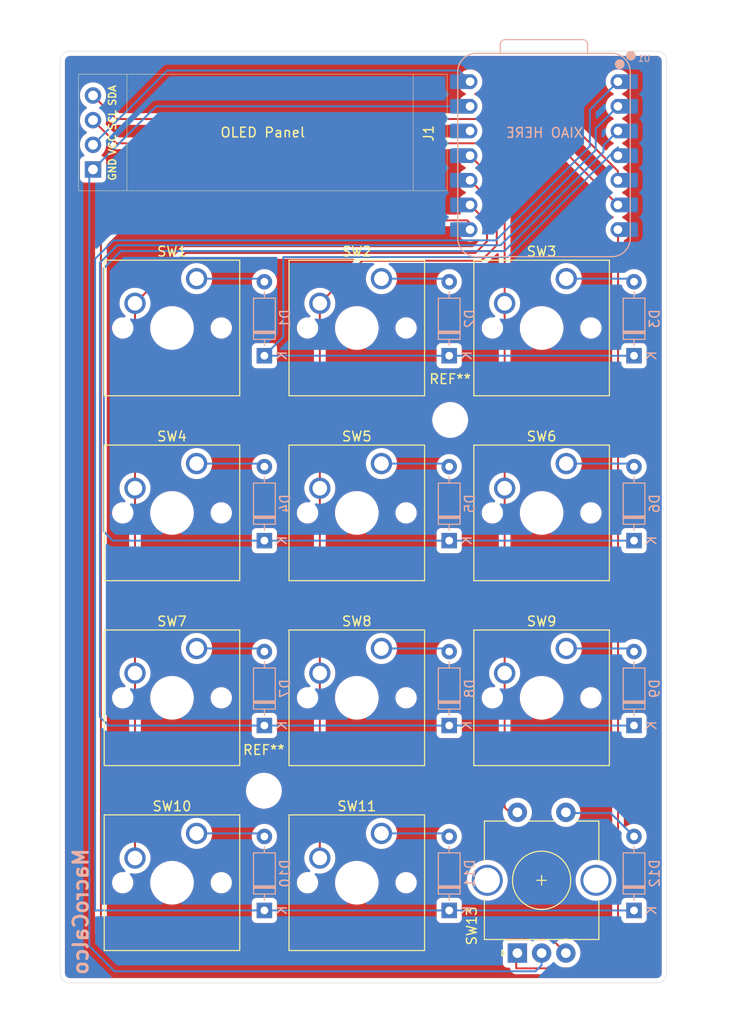
<source format=kicad_pcb>
(kicad_pcb (version 20240108) (generator "pcbnew") (generator_version "8.0")
  (layers (0 "F.Cu" signal) (31 "B.Cu" signal) (34 "B.Paste" user) (35 "F.Paste" user) (36 "B.SilkS" user "B.Silkscreen") (37 "F.SilkS" user "F.Silkscreen") (38 "B.Mask" user) (39 "F.Mask" user) (44 "Edge.Cuts" user))
  (net 0 "")
  (net 1 "ROW0")
  (net 2 "Net-(D1-A)")
  (net 3 "Net-(D2-A)")
  (net 4 "Net-(D3-A)")
  (net 5 "ROW1")
  (net 6 "Net-(D4-A)")
  (net 7 "Net-(D5-A)")
  (net 8 "Net-(D6-A)")
  (net 9 "ROW2")
  (net 10 "Net-(D7-A)")
  (net 11 "Net-(D8-A)")
  (net 12 "Net-(D9-A)")
  (net 13 "ROW3")
  (net 14 "Net-(D10-A)")
  (net 15 "Net-(D11-A)")
  (net 16 "Net-(D12-A)")
  (net 17 "SCL")
  (net 18 "+5V")
  (net 19 "SDA")
  (net 20 "GND")
  (net 21 "COL0")
  (net 22 "COL1")
  (net 23 "COL2")
  (net 24 "RE_B")
  (net 25 "RE_A")
  (footprint "Macropad-lib:SW_Cherry_MX_1.00u_PCB_3d" (layer "F.Cu") (at 108.10875 113.40125)
    (property "Reference" "SW11" (at -2.54 -2.794 0) (layer "F.SilkS"))
    (property "Value" "SW_Push")
    (fp_line (start -9.525 -1.905) (end 4.445 -1.905) (stroke (width 0.12)) (layer "F.SilkS"))
    (fp_line (start -9.525 12.065) (end -9.525 -1.905) (stroke (width 0.12)) (layer "F.SilkS"))
    (fp_line (start 4.445 -1.905) (end 4.445 12.065) (stroke (width 0.12)) (layer "F.SilkS"))
    (fp_line (start 4.445 12.065) (end -9.525 12.065) (stroke (width 0.12)) (layer "F.SilkS"))
    (pad "" np_thru_hole circle (at -7.62 5.08) (size 1.7 1.7) (drill 1.7) (layers "*.Cu" "*.Mask"))
    (pad "" np_thru_hole circle (at -2.54 5.08) (size 4 4) (drill 4) (layers "*.Cu" "*.Mask"))
    (pad "" np_thru_hole circle (at 2.54 5.08) (size 1.7 1.7) (drill 1.7) (layers "*.Cu" "*.Mask"))
    (pad "1" thru_hole circle (at 0 0) (size 2.2 2.2) (drill 1.5) (layers "*.Cu" "*.Mask") (net 15 "Net-(D11-A)"))
    (pad "2" thru_hole circle (at -6.35 2.54) (size 2.2 2.2) (drill 1.5) (layers "*.Cu" "*.Mask") (net 22 "COL1"))
  )
  (footprint "Macropad-lib:SW_Cherry_MX_1.00u_PCB_3d" (layer "F.Cu") (at 108.10875 56.25125)
    (property "Reference" "SW2" (at -2.54 -2.794 0) (layer "F.SilkS"))
    (property "Value" "SW_Push")
    (fp_line (start -9.525 -1.905) (end 4.445 -1.905) (stroke (width 0.12)) (layer "F.SilkS"))
    (fp_line (start -9.525 12.065) (end -9.525 -1.905) (stroke (width 0.12)) (layer "F.SilkS"))
    (fp_line (start 4.445 -1.905) (end 4.445 12.065) (stroke (width 0.12)) (layer "F.SilkS"))
    (fp_line (start 4.445 12.065) (end -9.525 12.065) (stroke (width 0.12)) (layer "F.SilkS"))
    (pad "" np_thru_hole circle (at -7.62 5.08) (size 1.7 1.7) (drill 1.7) (layers "*.Cu" "*.Mask"))
    (pad "" np_thru_hole circle (at -2.54 5.08) (size 4 4) (drill 4) (layers "*.Cu" "*.Mask"))
    (pad "" np_thru_hole circle (at 2.54 5.08) (size 1.7 1.7) (drill 1.7) (layers "*.Cu" "*.Mask"))
    (pad "1" thru_hole circle (at 0 0) (size 2.2 2.2) (drill 1.5) (layers "*.Cu" "*.Mask") (net 3 "Net-(D2-A)"))
    (pad "2" thru_hole circle (at -6.35 2.54) (size 2.2 2.2) (drill 1.5) (layers "*.Cu" "*.Mask") (net 22 "COL1"))
  )
  (footprint "Macropad-lib:SW_Cherry_MX_1.00u_PCB_3d" (layer "F.Cu") (at 108.10875 94.35125)
    (property "Reference" "SW8" (at -2.54 -2.794 0) (layer "F.SilkS"))
    (property "Value" "SW_Push")
    (fp_line (start -9.525 -1.905) (end 4.445 -1.905) (stroke (width 0.12)) (layer "F.SilkS"))
    (fp_line (start -9.525 12.065) (end -9.525 -1.905) (stroke (width 0.12)) (layer "F.SilkS"))
    (fp_line (start 4.445 -1.905) (end 4.445 12.065) (stroke (width 0.12)) (layer "F.SilkS"))
    (fp_line (start 4.445 12.065) (end -9.525 12.065) (stroke (width 0.12)) (layer "F.SilkS"))
    (pad "" np_thru_hole circle (at -7.62 5.08) (size 1.7 1.7) (drill 1.7) (layers "*.Cu" "*.Mask"))
    (pad "" np_thru_hole circle (at -2.54 5.08) (size 4 4) (drill 4) (layers "*.Cu" "*.Mask"))
    (pad "" np_thru_hole circle (at 2.54 5.08) (size 1.7 1.7) (drill 1.7) (layers "*.Cu" "*.Mask"))
    (pad "1" thru_hole circle (at 0 0) (size 2.2 2.2) (drill 1.5) (layers "*.Cu" "*.Mask") (net 11 "Net-(D8-A)"))
    (pad "2" thru_hole circle (at -6.35 2.54) (size 2.2 2.2) (drill 1.5) (layers "*.Cu" "*.Mask") (net 22 "COL1"))
  )
  (footprint "MountingHole:MountingHole_3.2mm_M3" (layer "F.Cu") (at 115.19375 70.80625)
    (property "Reference" "REF**" (at 0 -4.2 0) (layer "F.SilkS"))
    (property "Value" "MountingHole_3.2mm_M3")
    (pad "" np_thru_hole circle (at 0 0) (size 3.2 3.2) (drill 3.2) (layers "*.Cu" "*.Mask"))
  )
  (footprint "MountingHole:MountingHole_3.2mm_M3" (layer "F.Cu") (at 95.99375 109.00625)
    (property "Reference" "REF**" (at 0 -4.2 0) (layer "F.SilkS"))
    (property "Value" "MountingHole_3.2mm_M3")
    (pad "" np_thru_hole circle (at 0 0) (size 3.2 3.2) (drill 3.2) (layers "*.Cu" "*.Mask"))
  )
  (footprint "Macropad-lib:SW_Cherry_MX_1.00u_PCB_3d" (layer "F.Cu") (at 127.15875 56.25125)
    (property "Reference" "SW3" (at -2.54 -2.794 0) (layer "F.SilkS"))
    (property "Value" "SW_Push")
    (fp_line (start -9.525 -1.905) (end 4.445 -1.905) (stroke (width 0.12)) (layer "F.SilkS"))
    (fp_line (start -9.525 12.065) (end -9.525 -1.905) (stroke (width 0.12)) (layer "F.SilkS"))
    (fp_line (start 4.445 -1.905) (end 4.445 12.065) (stroke (width 0.12)) (layer "F.SilkS"))
    (fp_line (start 4.445 12.065) (end -9.525 12.065) (stroke (width 0.12)) (layer "F.SilkS"))
    (pad "" np_thru_hole circle (at -7.62 5.08) (size 1.7 1.7) (drill 1.7) (layers "*.Cu" "*.Mask"))
    (pad "" np_thru_hole circle (at -2.54 5.08) (size 4 4) (drill 4) (layers "*.Cu" "*.Mask"))
    (pad "" np_thru_hole circle (at 2.54 5.08) (size 1.7 1.7) (drill 1.7) (layers "*.Cu" "*.Mask"))
    (pad "1" thru_hole circle (at 0 0) (size 2.2 2.2) (drill 1.5) (layers "*.Cu" "*.Mask") (net 4 "Net-(D3-A)"))
    (pad "2" thru_hole circle (at -6.35 2.54) (size 2.2 2.2) (drill 1.5) (layers "*.Cu" "*.Mask") (net 23 "COL2"))
  )
  (footprint "Macropad-lib:SW_Cherry_MX_1.00u_PCB_3d" (layer "F.Cu") (at 89.05875 113.40125)
    (property "Reference" "SW10" (at -2.54 -2.794 0) (layer "F.SilkS"))
    (property "Value" "SW_Push")
    (fp_line (start -9.525 -1.905) (end 4.445 -1.905) (stroke (width 0.12)) (layer "F.SilkS"))
    (fp_line (start -9.525 12.065) (end -9.525 -1.905) (stroke (width 0.12)) (layer "F.SilkS"))
    (fp_line (start 4.445 -1.905) (end 4.445 12.065) (stroke (width 0.12)) (layer "F.SilkS"))
    (fp_line (start 4.445 12.065) (end -9.525 12.065) (stroke (width 0.12)) (layer "F.SilkS"))
    (pad "" np_thru_hole circle (at -7.62 5.08) (size 1.7 1.7) (drill 1.7) (layers "*.Cu" "*.Mask"))
    (pad "" np_thru_hole circle (at -2.54 5.08) (size 4 4) (drill 4) (layers "*.Cu" "*.Mask"))
    (pad "" np_thru_hole circle (at 2.54 5.08) (size 1.7 1.7) (drill 1.7) (layers "*.Cu" "*.Mask"))
    (pad "1" thru_hole circle (at 0 0) (size 2.2 2.2) (drill 1.5) (layers "*.Cu" "*.Mask") (net 14 "Net-(D10-A)"))
    (pad "2" thru_hole circle (at -6.35 2.54) (size 2.2 2.2) (drill 1.5) (layers "*.Cu" "*.Mask") (net 21 "COL0"))
  )
  (footprint "Macropad-lib:SW_Cherry_MX_1.00u_PCB_3d" (layer "F.Cu") (at 108.10875 75.30125)
    (property "Reference" "SW5" (at -2.54 -2.794 0) (layer "F.SilkS"))
    (property "Value" "SW_Push")
    (fp_line (start -9.525 -1.905) (end 4.445 -1.905) (stroke (width 0.12)) (layer "F.SilkS"))
    (fp_line (start -9.525 12.065) (end -9.525 -1.905) (stroke (width 0.12)) (layer "F.SilkS"))
    (fp_line (start 4.445 -1.905) (end 4.445 12.065) (stroke (width 0.12)) (layer "F.SilkS"))
    (fp_line (start 4.445 12.065) (end -9.525 12.065) (stroke (width 0.12)) (layer "F.SilkS"))
    (pad "" np_thru_hole circle (at -7.62 5.08) (size 1.7 1.7) (drill 1.7) (layers "*.Cu" "*.Mask"))
    (pad "" np_thru_hole circle (at -2.54 5.08) (size 4 4) (drill 4) (layers "*.Cu" "*.Mask"))
    (pad "" np_thru_hole circle (at 2.54 5.08) (size 1.7 1.7) (drill 1.7) (layers "*.Cu" "*.Mask"))
    (pad "1" thru_hole circle (at 0 0) (size 2.2 2.2) (drill 1.5) (layers "*.Cu" "*.Mask") (net 7 "Net-(D5-A)"))
    (pad "2" thru_hole circle (at -6.35 2.54) (size 2.2 2.2) (drill 1.5) (layers "*.Cu" "*.Mask") (net 22 "COL1"))
  )
  (footprint "Macropad-lib:SW_Cherry_MX_1.00u_PCB_3d" (layer "F.Cu") (at 127.15875 94.35125)
    (property "Reference" "SW9" (at -2.54 -2.794 0) (layer "F.SilkS"))
    (property "Value" "SW_Push")
    (fp_line (start -9.525 -1.905) (end 4.445 -1.905) (stroke (width 0.12)) (layer "F.SilkS"))
    (fp_line (start -9.525 12.065) (end -9.525 -1.905) (stroke (width 0.12)) (layer "F.SilkS"))
    (fp_line (start 4.445 -1.905) (end 4.445 12.065) (stroke (width 0.12)) (layer "F.SilkS"))
    (fp_line (start 4.445 12.065) (end -9.525 12.065) (stroke (width 0.12)) (layer "F.SilkS"))
    (pad "" np_thru_hole circle (at -7.62 5.08) (size 1.7 1.7) (drill 1.7) (layers "*.Cu" "*.Mask"))
    (pad "" np_thru_hole circle (at -2.54 5.08) (size 4 4) (drill 4) (layers "*.Cu" "*.Mask"))
    (pad "" np_thru_hole circle (at 2.54 5.08) (size 1.7 1.7) (drill 1.7) (layers "*.Cu" "*.Mask"))
    (pad "1" thru_hole circle (at 0 0) (size 2.2 2.2) (drill 1.5) (layers "*.Cu" "*.Mask") (net 12 "Net-(D9-A)"))
    (pad "2" thru_hole circle (at -6.35 2.54) (size 2.2 2.2) (drill 1.5) (layers "*.Cu" "*.Mask") (net 23 "COL2"))
  )
  (footprint "Macropad-lib:SW_Cherry_MX_1.00u_PCB_3d" (layer "F.Cu") (at 127.15875 75.30125)
    (property "Reference" "SW6" (at -2.54 -2.794 0) (layer "F.SilkS"))
    (property "Value" "SW_Push")
    (fp_line (start -9.525 -1.905) (end 4.445 -1.905) (stroke (width 0.12)) (layer "F.SilkS"))
    (fp_line (start -9.525 12.065) (end -9.525 -1.905) (stroke (width 0.12)) (layer "F.SilkS"))
    (fp_line (start 4.445 -1.905) (end 4.445 12.065) (stroke (width 0.12)) (layer "F.SilkS"))
    (fp_line (start 4.445 12.065) (end -9.525 12.065) (stroke (width 0.12)) (layer "F.SilkS"))
    (pad "" np_thru_hole circle (at -7.62 5.08) (size 1.7 1.7) (drill 1.7) (layers "*.Cu" "*.Mask"))
    (pad "" np_thru_hole circle (at -2.54 5.08) (size 4 4) (drill 4) (layers "*.Cu" "*.Mask"))
    (pad "" np_thru_hole circle (at 2.54 5.08) (size 1.7 1.7) (drill 1.7) (layers "*.Cu" "*.Mask"))
    (pad "1" thru_hole circle (at 0 0) (size 2.2 2.2) (drill 1.5) (layers "*.Cu" "*.Mask") (net 8 "Net-(D6-A)"))
    (pad "2" thru_hole circle (at -6.35 2.54) (size 2.2 2.2) (drill 1.5) (layers "*.Cu" "*.Mask") (net 23 "COL2"))
  )
  (footprint "Macropad-lib:SW_Cherry_MX_1.00u_PCB_3d" (layer "F.Cu") (at 89.05875 75.30125)
    (property "Reference" "SW4" (at -2.54 -2.794 0) (layer "F.SilkS"))
    (property "Value" "SW_Push")
    (fp_line (start -9.525 -1.905) (end 4.445 -1.905) (stroke (width 0.12)) (layer "F.SilkS"))
    (fp_line (start -9.525 12.065) (end -9.525 -1.905) (stroke (width 0.12)) (layer "F.SilkS"))
    (fp_line (start 4.445 -1.905) (end 4.445 12.065) (stroke (width 0.12)) (layer "F.SilkS"))
    (fp_line (start 4.445 12.065) (end -9.525 12.065) (stroke (width 0.12)) (layer "F.SilkS"))
    (pad "" np_thru_hole circle (at -7.62 5.08) (size 1.7 1.7) (drill 1.7) (layers "*.Cu" "*.Mask"))
    (pad "" np_thru_hole circle (at -2.54 5.08) (size 4 4) (drill 4) (layers "*.Cu" "*.Mask"))
    (pad "" np_thru_hole circle (at 2.54 5.08) (size 1.7 1.7) (drill 1.7) (layers "*.Cu" "*.Mask"))
    (pad "1" thru_hole circle (at 0 0) (size 2.2 2.2) (drill 1.5) (layers "*.Cu" "*.Mask") (net 6 "Net-(D4-A)"))
    (pad "2" thru_hole circle (at -6.35 2.54) (size 2.2 2.2) (drill 1.5) (layers "*.Cu" "*.Mask") (net 21 "COL0"))
  )
  (footprint "Macropad-lib:SW_Cherry_MX_1.00u_PCB_3d" (layer "F.Cu") (at 89.05875 56.25125)
    (property "Reference" "SW1" (at -2.54 -2.794 0) (layer "F.SilkS"))
    (property "Value" "SW_Push")
    (fp_line (start -9.525 -1.905) (end 4.445 -1.905) (stroke (width 0.12)) (layer "F.SilkS"))
    (fp_line (start -9.525 12.065) (end -9.525 -1.905) (stroke (width 0.12)) (layer "F.SilkS"))
    (fp_line (start 4.445 -1.905) (end 4.445 12.065) (stroke (width 0.12)) (layer "F.SilkS"))
    (fp_line (start 4.445 12.065) (end -9.525 12.065) (stroke (width 0.12)) (layer "F.SilkS"))
    (pad "" np_thru_hole circle (at -7.62 5.08) (size 1.7 1.7) (drill 1.7) (layers "*.Cu" "*.Mask"))
    (pad "" np_thru_hole circle (at -2.54 5.08) (size 4 4) (drill 4) (layers "*.Cu" "*.Mask"))
    (pad "" np_thru_hole circle (at 2.54 5.08) (size 1.7 1.7) (drill 1.7) (layers "*.Cu" "*.Mask"))
    (pad "1" thru_hole circle (at 0 0) (size 2.2 2.2) (drill 1.5) (layers "*.Cu" "*.Mask") (net 2 "Net-(D1-A)"))
    (pad "2" thru_hole circle (at -6.35 2.54) (size 2.2 2.2) (drill 1.5) (layers "*.Cu" "*.Mask") (net 21 "COL0"))
  )
  (footprint "Macropad-lib:SSD1306-0.91-OLED-4pin-128x32" (layer "F.Cu") (at 114.87875 47.19125 180)
    (property "Reference" "J1" (at 1.9 5.91 90) (layer "F.SilkS"))
    (property "Value" "Conn_01x04_Pin")
    (fp_line (start 38 12) (end 38 0) (stroke (width 0.04)) (layer "F.SilkS"))
    (fp_line (start 38 0) (end 0 0) (stroke (width 0.04)) (layer "F.SilkS"))
    (fp_line (start 33 0) (end 33 12) (stroke (width 0.04)) (layer "F.SilkS"))
    (fp_line (start 3.5 0) (end 3.5 12) (stroke (width 0.04)) (layer "F.SilkS"))
    (fp_line (start 0 12) (end 38 12) (stroke (width 0.04)) (layer "F.SilkS"))
    (fp_line (start 0 0) (end 0 12) (stroke (width 0.04)) (layer "F.SilkS"))
    (fp_text user "SCL" (at 34.5 7.27 90) (layer "F.SilkS") (effects (font (size 0.75 0.75))))
    (fp_text user "GND" (at 34.5 2.19 90) (layer "F.SilkS") (effects (font (size 0.75 0.75))))
    (fp_text user "VCC" (at 34.5 4.73 90) (layer "F.SilkS") (effects (font (size 0.75 0.75))))
    (fp_text user "OLED Panel" (at 19 6 0) (layer "F.SilkS"))
    (fp_text user "SDA" (at 34.5 9.81 90) (layer "F.SilkS") (effects (font (size 0.75 0.75))))
    (pad "1" thru_hole rect (at 36.5 2.19 180) (size 1.7 1.7) (drill 1) (layers "*.Cu" "*.Mask") (net 20 "GND"))
    (pad "2" thru_hole oval (at 36.5 4.73 180) (size 1.7 1.7) (drill 1) (layers "*.Cu" "*.Mask") (net 18 "+5V"))
    (pad "3" thru_hole oval (at 36.5 7.27 180) (size 1.7 1.7) (drill 1) (layers "*.Cu" "*.Mask") (net 17 "SCL"))
    (pad "4" thru_hole oval (at 36.5 9.81 180) (size 1.7 1.7) (drill 1) (layers "*.Cu" "*.Mask") (net 19 "SDA"))
  )
  (footprint "Macropad-lib:SW_Cherry_MX_1.00u_PCB_3d" (layer "F.Cu") (at 89.05875 94.35125)
    (property "Reference" "SW7" (at -2.54 -2.794 0) (layer "F.SilkS"))
    (property "Value" "SW_Push")
    (fp_line (start -9.525 -1.905) (end 4.445 -1.905) (stroke (width 0.12)) (layer "F.SilkS"))
    (fp_line (start -9.525 12.065) (end -9.525 -1.905) (stroke (width 0.12)) (layer "F.SilkS"))
    (fp_line (start 4.445 -1.905) (end 4.445 12.065) (stroke (width 0.12)) (layer "F.SilkS"))
    (fp_line (start 4.445 12.065) (end -9.525 12.065) (stroke (width 0.12)) (layer "F.SilkS"))
    (pad "" np_thru_hole circle (at -7.62 5.08) (size 1.7 1.7) (drill 1.7) (layers "*.Cu" "*.Mask"))
    (pad "" np_thru_hole circle (at -2.54 5.08) (size 4 4) (drill 4) (layers "*.Cu" "*.Mask"))
    (pad "" np_thru_hole circle (at 2.54 5.08) (size 1.7 1.7) (drill 1.7) (layers "*.Cu" "*.Mask"))
    (pad "1" thru_hole circle (at 0 0) (size 2.2 2.2) (drill 1.5) (layers "*.Cu" "*.Mask") (net 10 "Net-(D7-A)"))
    (pad "2" thru_hole circle (at -6.35 2.54) (size 2.2 2.2) (drill 1.5) (layers "*.Cu" "*.Mask") (net 21 "COL0"))
  )
  (footprint "Macropad-lib:RotaryEncoder_Alps_EC11E-Switch_Vertical_H20mm_CircularMountingHoles" (layer "F.Cu") (at 122.11875 125.73125 90)
    (property "Reference" "SW13" (at 2.8 -4.7 90) (layer "F.SilkS"))
    (property "Value" "RotaryEncoder_Switch")
    (fp_line (start 13.6 -3.4) (end 13.6 -1) (stroke (width 0.12)) (layer "F.SilkS"))
    (fp_line (start 9.5 -3.4) (end 13.6 -3.4) (stroke (width 0.12)) (layer "F.SilkS"))
    (fp_line (start 5.5 -3.4) (end 1.4 -3.4) (stroke (width 0.12)) (layer "F.SilkS"))
    (fp_line (start 1.4 -3.4) (end 1.4 8.4) (stroke (width 0.12)) (layer "F.SilkS"))
    (fp_line (start 0.3 -1.6) (end 0 -1.3) (stroke (width 0.12)) (layer "F.SilkS"))
    (fp_line (start -0.3 -1.6) (end 0.3 -1.6) (stroke (width 0.12)) (layer "F.SilkS"))
    (fp_line (start 0 -1.3) (end -0.3 -1.6) (stroke (width 0.12)) (layer "F.SilkS"))
    (fp_line (start 13.6 1.2) (end 13.6 3.8) (stroke (width 0.12)) (layer "F.SilkS"))
    (fp_line (start 7.5 2) (end 7.5 3) (stroke (width 0.12)) (layer "F.SilkS"))
    (fp_line (start 7 2.5) (end 8 2.5) (stroke (width 0.12)) (layer "F.SilkS"))
    (fp_line (start 13.6 6) (end 13.6 8.4) (stroke (width 0.12)) (layer "F.SilkS"))
    (fp_line (start 13.6 8.4) (end 9.5 8.4) (stroke (width 0.12)) (layer "F.SilkS"))
    (fp_line (start 5.5 8.4) (end 1.4 8.4) (stroke (width 0.12)) (layer "F.SilkS"))
    (fp_circle (center 7.5 2.5) (end 10.5 2.5) (stroke (width 0.12)) (fill none) (layer "F.SilkS"))
    (pad "A" thru_hole rect (at 0 0 90) (size 2 2) (drill 1) (layers "*.Cu" "*.Mask") (net 25 "RE_A"))
    (pad "B" thru_hole circle (at 0 5 90) (size 2 2) (drill 1) (layers "*.Cu" "*.Mask") (net 24 "RE_B"))
    (pad "C" thru_hole circle (at 0 2.5 90) (size 2 2) (drill 1) (layers "*.Cu" "*.Mask") (net 20 "GND"))
    (pad "MP" thru_hole circle (at 7.5 -3.1 90) (size 3.2 3.2) (drill 2.6) (layers "*.Cu" "*.Mask"))
    (pad "MP" thru_hole circle (at 7.5 8.1 90) (size 3.2 3.2) (drill 2.6) (layers "*.Cu" "*.Mask"))
    (pad "S1" thru_hole circle (at 14.5 5 90) (size 2 2) (drill 1) (layers "*.Cu" "*.Mask") (net 16 "Net-(D12-A)"))
    (pad "S2" thru_hole circle (at 14.5 0 90) (size 2 2) (drill 1) (layers "*.Cu" "*.Mask") (net 23 "COL2"))
  )
  (footprint "Seeed Studio XIAO Series Library:XIAO-RP2040-DIP" (layer "B.Cu") (at 124.86375 43.57475 180)
    (property "Reference" "U1" (at -10.31875 10.00125 0) (layer "B.SilkS") (effects (font (size 0.635 0.635) (thickness 0.1016)) (justify mirror)))
    (property "Value" "XIAO-RP2040-DIP")
    (fp_line (start 8.89 8.636) (end 8.89 -8.509) (stroke (width 0.127)) (layer "B.SilkS"))
    (fp_line (start 6.985 -10.414) (end -6.985 -10.414) (stroke (width 0.127)) (layer "B.SilkS"))
    (fp_line (start 4.504 10.541) (end 4.504 11.451) (stroke (width 0.127)) (layer "B.SilkS"))
    (fp_line (start 4.004 11.951) (end -3.991272 11.951) (stroke (width 0.127)) (layer "B.SilkS"))
    (fp_line (start -4.491272 11.451272) (end -4.495 10.541) (stroke (width 0.127)) (layer "B.SilkS"))
    (fp_line (start -6.985 10.541) (end 6.985 10.541) (stroke (width 0.1)) (layer "B.SilkS"))
    (fp_line (start -6.985 10.541) (end 6.985 10.541) (stroke (width 0.127)) (layer "B.SilkS"))
    (fp_line (start -8.89 8.636) (end -8.89 -8.509) (stroke (width 0.127)) (layer "B.SilkS"))
    (fp_arc (start 8.89 8.636) (mid 8.332038 9.983038) (end 6.985 10.541) (stroke (width 0.127)) (layer "B.SilkS"))
    (fp_arc (start 6.985 -10.414) (mid 8.332038 -9.856038) (end 8.89 -8.509) (stroke (width 0.127)) (layer "B.SilkS"))
    (fp_arc (start 4.504 11.451) (mid 4.357553 11.804553) (end 4.004 11.951) (stroke (width 0.127)) (layer "B.SilkS"))
    (fp_arc (start -3.991272 11.951) (mid -4.344724 11.804644) (end -4.491272 11.451272) (stroke (width 0.127)) (layer "B.SilkS"))
    (fp_arc (start -6.985 10.541) (mid -8.332038 9.983038) (end -8.89 8.636) (stroke (width 0.127)) (layer "B.SilkS"))
    (fp_arc (start -8.89 -8.509) (mid -8.332038 -9.856038) (end -6.985 -10.414) (stroke (width 0.127)) (layer "B.SilkS"))
    (fp_circle (center -7.807 9.42) (end -7.807 9.674) (stroke (width 0.5)) (fill solid) (layer "B.SilkS"))
    (fp_circle (center -8.95 10.3) (end -8.95 10.554) (stroke (width 0.5)) (fill solid) (layer "B.SilkS"))
    (pad "1" smd roundrect (at -8.455 7.62) (size 2.432 1.524) (layers "B.Cu" "B.Mask") (roundrect_rratio 0.1) (net 13 "ROW3"))
    (pad "1" thru_hole circle (at -7.62 7.62) (size 1.524 1.524) (drill 0.889) (layers "*.Cu" "*.Mask") (net 13 "ROW3"))
    (pad "2" smd roundrect (at -8.455 5.08) (size 2.432 1.524) (layers "B.Cu" "B.Mask") (roundrect_rratio 0.1) (net 9 "ROW2"))
    (pad "2" thru_hole circle (at -7.62 5.08) (size 1.524 1.524) (drill 0.889) (layers "*.Cu" "*.Mask") (net 9 "ROW2"))
    (pad "3" smd roundrect (at -8.455 2.54) (size 2.432 1.524) (layers "B.Cu" "B.Mask") (roundrect_rratio 0.1) (net 5 "ROW1"))
    (pad "3" thru_hole circle (at -7.62 2.54) (size 1.524 1.524) (drill 0.889) (layers "*.Cu" "*.Mask") (net 5 "ROW1"))
    (pad "4" smd roundrect (at -8.455 0) (size 2.432 1.524) (layers "B.Cu" "B.Mask") (roundrect_rratio 0.1) (net 1 "ROW0"))
    (pad "4" thru_hole circle (at -7.62 0) (size 1.524 1.524) (drill 0.889) (layers "*.Cu" "*.Mask") (net 1 "ROW0"))
    (pad "5" smd roundrect (at -8.455 -2.54) (size 2.432 1.524) (layers "B.Cu" "B.Mask") (roundrect_rratio 0.1) (net 19 "SDA"))
    (pad "5" thru_hole circle (at -7.62 -2.54) (size 1.524 1.524) (drill 0.889) (layers "*.Cu" "*.Mask") (net 19 "SDA"))
    (pad "6" smd roundrect (at -8.455 -5.08) (size 2.432 1.524) (layers "B.Cu" "B.Mask") (roundrect_rratio 0.1) (net 17 "SCL"))
    (pad "6" thru_hole circle (at -7.62 -5.08) (size 1.524 1.524) (drill 0.889) (layers "*.Cu" "*.Mask") (net 17 "SCL"))
    (pad "7" smd roundrect (at -8.455 -7.62) (size 2.432 1.524) (layers "B.Cu" "B.Mask") (roundrect_rratio 0.1) (net 25 "RE_A"))
    (pad "7" thru_hole circle (at -7.62 -7.62) (size 1.524 1.524) (drill 0.889) (layers "*.Cu" "*.Mask") (net 25 "RE_A"))
    (pad "8" thru_hole circle (at 7.62 -7.62 180) (size 1.524 1.524) (drill 0.889) (layers "*.Cu" "*.Mask") (net 24 "RE_B"))
    (pad "8" smd roundrect (at 8.455 -7.62 180) (size 2.432 1.524) (layers "B.Cu" "B.Mask") (roundrect_rratio 0.1) (net 24 "RE_B"))
    (pad "9" thru_hole circle (at 7.62 -5.08 180) (size 1.524 1.524) (drill 0.889) (layers "*.Cu" "*.Mask") (net 21 "COL0"))
    (pad "9" smd roundrect (at 8.455 -5.08 180) (size 2.432 1.524) (layers "B.Cu" "B.Mask") (roundrect_rratio 0.1) (net 21 "COL0"))
    (pad "10" thru_hole circle (at 7.62 -2.54 180) (size 1.524 1.524) (drill 0.889) (layers "*.Cu" "*.Mask") (net 22 "COL1"))
    (pad "10" smd roundrect (at 8.455 -2.54 180) (size 2.432 1.524) (layers "B.Cu" "B.Mask") (roundrect_rratio 0.1) (net 22 "COL1"))
    (pad "11" thru_hole circle (at 7.62 0 180) (size 1.524 1.524) (drill 0.889) (layers "*.Cu" "*.Mask") (net 23 "COL2"))
    (pad "11" smd roundrect (at 8.455 0 180) (size 2.432 1.524) (layers "B.Cu" "B.Mask") (roundrect_rratio 0.1) (net 23 "COL2"))
    (pad "12" thru_hole circle (at 7.62 2.54 180) (size 1.524 1.524) (drill 0.889) (layers "*.Cu" "*.Mask"))
    (pad "12" smd roundrect (at 8.455 2.54 180) (size 2.432 1.524) (layers "B.Cu" "B.Mask") (roundrect_rratio 0.1))
    (pad "13" thru_hole circle (at 7.62 5.08 180) (size 1.524 1.524) (drill 0.889) (layers "*.Cu" "*.Mask") (net 20 "GND"))
    (pad "13" smd roundrect (at 8.455 5.08 180) (size 2.432 1.524) (layers "B.Cu" "B.Mask") (roundrect_rratio 0.1) (net 20 "GND"))
    (pad "14" thru_hole circle (at 7.62 7.62 180) (size 1.524 1.524) (drill 0.889) (layers "*.Cu" "*.Mask") (net 18 "+5V"))
    (pad "14" smd roundrect (at 8.455 7.62 180) (size 2.432 1.524) (layers "B.Cu" "B.Mask") (roundrect_rratio 0.1) (net 18 "+5V"))
  )
  (footprint "Diode_THT:D_DO-35_SOD27_P7.62mm_Horizontal" (layer "B.Cu") (at 115.09375 64.18875 90)
    (property "Reference" "D2" (at 3.81 2.12 90) (layer "B.SilkS") (effects (justify mirror)))
    (property "Value" "1N4148")
    (fp_line (start 5.93 -1.12) (end 1.69 -1.12) (stroke (width 0.12)) (layer "B.SilkS"))
    (fp_line (start 2.53 -1.12) (end 2.53 1.12) (stroke (width 0.12)) (layer "B.SilkS"))
    (fp_line (start 2.41 -1.12) (end 2.41 1.12) (stroke (width 0.12)) (layer "B.SilkS"))
    (fp_line (start 2.29 -1.12) (end 2.29 1.12) (stroke (width 0.12)) (layer "B.SilkS"))
    (fp_line (start 1.69 -1.12) (end 1.69 1.12) (stroke (width 0.12)) (layer "B.SilkS"))
    (fp_line (start 5.93 0) (end 6.58 0) (stroke (width 0.12)) (layer "B.SilkS"))
    (fp_line (start 1.69 0) (end 1.04 0) (stroke (width 0.12)) (layer "B.SilkS"))
    (fp_line (start 5.93 1.12) (end 5.93 -1.12) (stroke (width 0.12)) (layer "B.SilkS"))
    (fp_line (start 1.69 1.12) (end 5.93 1.12) (stroke (width 0.12)) (layer "B.SilkS"))
    (fp_text user "K" (at 0 1.8 90) (layer "B.SilkS") (effects (justify mirror)))
    (pad "1" thru_hole rect (at 0 0 90) (size 1.6 1.6) (drill 0.8) (layers "*.Cu" "*.Mask") (net 1 "ROW0"))
    (pad "2" thru_hole oval (at 7.62 0 90) (size 1.6 1.6) (drill 0.8) (layers "*.Cu" "*.Mask") (net 3 "Net-(D2-A)"))
  )
  (footprint "Diode_THT:D_DO-35_SOD27_P7.62mm_Horizontal" (layer "B.Cu") (at 115.09375 102.28875 90)
    (property "Reference" "D8" (at 3.81 2.12 90) (layer "B.SilkS") (effects (justify mirror)))
    (property "Value" "1N4148")
    (fp_line (start 5.93 -1.12) (end 1.69 -1.12) (stroke (width 0.12)) (layer "B.SilkS"))
    (fp_line (start 2.53 -1.12) (end 2.53 1.12) (stroke (width 0.12)) (layer "B.SilkS"))
    (fp_line (start 2.41 -1.12) (end 2.41 1.12) (stroke (width 0.12)) (layer "B.SilkS"))
    (fp_line (start 2.29 -1.12) (end 2.29 1.12) (stroke (width 0.12)) (layer "B.SilkS"))
    (fp_line (start 1.69 -1.12) (end 1.69 1.12) (stroke (width 0.12)) (layer "B.SilkS"))
    (fp_line (start 5.93 0) (end 6.58 0) (stroke (width 0.12)) (layer "B.SilkS"))
    (fp_line (start 1.69 0) (end 1.04 0) (stroke (width 0.12)) (layer "B.SilkS"))
    (fp_line (start 5.93 1.12) (end 5.93 -1.12) (stroke (width 0.12)) (layer "B.SilkS"))
    (fp_line (start 1.69 1.12) (end 5.93 1.12) (stroke (width 0.12)) (layer "B.SilkS"))
    (fp_text user "K" (at 0 1.8 90) (layer "B.SilkS") (effects (justify mirror)))
    (pad "1" thru_hole rect (at 0 0 90) (size 1.6 1.6) (drill 0.8) (layers "*.Cu" "*.Mask") (net 9 "ROW2"))
    (pad "2" thru_hole oval (at 7.62 0 90) (size 1.6 1.6) (drill 0.8) (layers "*.Cu" "*.Mask") (net 11 "Net-(D8-A)"))
  )
  (footprint "Diode_THT:D_DO-35_SOD27_P7.62mm_Horizontal" (layer "B.Cu") (at 134.14375 121.33875 90)
    (property "Reference" "D12" (at 3.81 2.12 90) (layer "B.SilkS") (effects (justify mirror)))
    (property "Value" "1N4148")
    (fp_line (start 5.93 -1.12) (end 1.69 -1.12) (stroke (width 0.12)) (layer "B.SilkS"))
    (fp_line (start 2.53 -1.12) (end 2.53 1.12) (stroke (width 0.12)) (layer "B.SilkS"))
    (fp_line (start 2.41 -1.12) (end 2.41 1.12) (stroke (width 0.12)) (layer "B.SilkS"))
    (fp_line (start 2.29 -1.12) (end 2.29 1.12) (stroke (width 0.12)) (layer "B.SilkS"))
    (fp_line (start 1.69 -1.12) (end 1.69 1.12) (stroke (width 0.12)) (layer "B.SilkS"))
    (fp_line (start 5.93 0) (end 6.58 0) (stroke (width 0.12)) (layer "B.SilkS"))
    (fp_line (start 1.69 0) (end 1.04 0) (stroke (width 0.12)) (layer "B.SilkS"))
    (fp_line (start 5.93 1.12) (end 5.93 -1.12) (stroke (width 0.12)) (layer "B.SilkS"))
    (fp_line (start 1.69 1.12) (end 5.93 1.12) (stroke (width 0.12)) (layer "B.SilkS"))
    (fp_text user "K" (at 0 1.8 90) (layer "B.SilkS") (effects (justify mirror)))
    (pad "1" thru_hole rect (at 0 0 90) (size 1.6 1.6) (drill 0.8) (layers "*.Cu" "*.Mask") (net 13 "ROW3"))
    (pad "2" thru_hole oval (at 7.62 0 90) (size 1.6 1.6) (drill 0.8) (layers "*.Cu" "*.Mask") (net 16 "Net-(D12-A)"))
  )
  (footprint "Diode_THT:D_DO-35_SOD27_P7.62mm_Horizontal" (layer "B.Cu") (at 96.04375 121.33875 90)
    (property "Reference" "D10" (at 3.81 2.12 90) (layer "B.SilkS") (effects (justify mirror)))
    (property "Value" "1N4148")
    (fp_line (start 5.93 -1.12) (end 1.69 -1.12) (stroke (width 0.12)) (layer "B.SilkS"))
    (fp_line (start 2.53 -1.12) (end 2.53 1.12) (stroke (width 0.12)) (layer "B.SilkS"))
    (fp_line (start 2.41 -1.12) (end 2.41 1.12) (stroke (width 0.12)) (layer "B.SilkS"))
    (fp_line (start 2.29 -1.12) (end 2.29 1.12) (stroke (width 0.12)) (layer "B.SilkS"))
    (fp_line (start 1.69 -1.12) (end 1.69 1.12) (stroke (width 0.12)) (layer "B.SilkS"))
    (fp_line (start 5.93 0) (end 6.58 0) (stroke (width 0.12)) (layer "B.SilkS"))
    (fp_line (start 1.69 0) (end 1.04 0) (stroke (width 0.12)) (layer "B.SilkS"))
    (fp_line (start 5.93 1.12) (end 5.93 -1.12) (stroke (width 0.12)) (layer "B.SilkS"))
    (fp_line (start 1.69 1.12) (end 5.93 1.12) (stroke (width 0.12)) (layer "B.SilkS"))
    (fp_text user "K" (at 0 1.8 90) (layer "B.SilkS") (effects (justify mirror)))
    (pad "1" thru_hole rect (at 0 0 90) (size 1.6 1.6) (drill 0.8) (layers "*.Cu" "*.Mask") (net 13 "ROW3"))
    (pad "2" thru_hole oval (at 7.62 0 90) (size 1.6 1.6) (drill 0.8) (layers "*.Cu" "*.Mask") (net 14 "Net-(D10-A)"))
  )
  (footprint "Diode_THT:D_DO-35_SOD27_P7.62mm_Horizontal" (layer "B.Cu") (at 115.09375 83.23875 90)
    (property "Reference" "D5" (at 3.81 2.12 90) (layer "B.SilkS") (effects (justify mirror)))
    (property "Value" "1N4148")
    (fp_line (start 5.93 -1.12) (end 1.69 -1.12) (stroke (width 0.12)) (layer "B.SilkS"))
    (fp_line (start 2.53 -1.12) (end 2.53 1.12) (stroke (width 0.12)) (layer "B.SilkS"))
    (fp_line (start 2.41 -1.12) (end 2.41 1.12) (stroke (width 0.12)) (layer "B.SilkS"))
    (fp_line (start 2.29 -1.12) (end 2.29 1.12) (stroke (width 0.12)) (layer "B.SilkS"))
    (fp_line (start 1.69 -1.12) (end 1.69 1.12) (stroke (width 0.12)) (layer "B.SilkS"))
    (fp_line (start 5.93 0) (end 6.58 0) (stroke (width 0.12)) (layer "B.SilkS"))
    (fp_line (start 1.69 0) (end 1.04 0) (stroke (width 0.12)) (layer "B.SilkS"))
    (fp_line (start 5.93 1.12) (end 5.93 -1.12) (stroke (width 0.12)) (layer "B.SilkS"))
    (fp_line (start 1.69 1.12) (end 5.93 1.12) (stroke (width 0.12)) (layer "B.SilkS"))
    (fp_text user "K" (at 0 1.8 90) (layer "B.SilkS") (effects (justify mirror)))
    (pad "1" thru_hole rect (at 0 0 90) (size 1.6 1.6) (drill 0.8) (layers "*.Cu" "*.Mask") (net 5 "ROW1"))
    (pad "2" thru_hole oval (at 7.62 0 90) (size 1.6 1.6) (drill 0.8) (layers "*.Cu" "*.Mask") (net 7 "Net-(D5-A)"))
  )
  (footprint "Diode_THT:D_DO-35_SOD27_P7.62mm_Horizontal" (layer "B.Cu") (at 96.04375 83.23875 90)
    (property "Reference" "D4" (at 3.81 2.12 90) (layer "B.SilkS") (effects (justify mirror)))
    (property "Value" "1N4148")
    (fp_line (start 5.93 -1.12) (end 1.69 -1.12) (stroke (width 0.12)) (layer "B.SilkS"))
    (fp_line (start 2.53 -1.12) (end 2.53 1.12) (stroke (width 0.12)) (layer "B.SilkS"))
    (fp_line (start 2.41 -1.12) (end 2.41 1.12) (stroke (width 0.12)) (layer "B.SilkS"))
    (fp_line (start 2.29 -1.12) (end 2.29 1.12) (stroke (width 0.12)) (layer "B.SilkS"))
    (fp_line (start 1.69 -1.12) (end 1.69 1.12) (stroke (width 0.12)) (layer "B.SilkS"))
    (fp_line (start 5.93 0) (end 6.58 0) (stroke (width 0.12)) (layer "B.SilkS"))
    (fp_line (start 1.69 0) (end 1.04 0) (stroke (width 0.12)) (layer "B.SilkS"))
    (fp_line (start 5.93 1.12) (end 5.93 -1.12) (stroke (width 0.12)) (layer "B.SilkS"))
    (fp_line (start 1.69 1.12) (end 5.93 1.12) (stroke (width 0.12)) (layer "B.SilkS"))
    (fp_text user "K" (at 0 1.8 90) (layer "B.SilkS") (effects (justify mirror)))
    (pad "1" thru_hole rect (at 0 0 90) (size 1.6 1.6) (drill 0.8) (layers "*.Cu" "*.Mask") (net 5 "ROW1"))
    (pad "2" thru_hole oval (at 7.62 0 90) (size 1.6 1.6) (drill 0.8) (layers "*.Cu" "*.Mask") (net 6 "Net-(D4-A)"))
  )
  (footprint "Diode_THT:D_DO-35_SOD27_P7.62mm_Horizontal" (layer "B.Cu") (at 96.04375 102.28875 90)
    (property "Reference" "D7" (at 3.81 2.12 90) (layer "B.SilkS") (effects (justify mirror)))
    (property "Value" "1N4148")
    (fp_line (start 5.93 -1.12) (end 1.69 -1.12) (stroke (width 0.12)) (layer "B.SilkS"))
    (fp_line (start 2.53 -1.12) (end 2.53 1.12) (stroke (width 0.12)) (layer "B.SilkS"))
    (fp_line (start 2.41 -1.12) (end 2.41 1.12) (stroke (width 0.12)) (layer "B.SilkS"))
    (fp_line (start 2.29 -1.12) (end 2.29 1.12) (stroke (width 0.12)) (layer "B.SilkS"))
    (fp_line (start 1.69 -1.12) (end 1.69 1.12) (stroke (width 0.12)) (layer "B.SilkS"))
    (fp_line (start 5.93 0) (end 6.58 0) (stroke (width 0.12)) (layer "B.SilkS"))
    (fp_line (start 1.69 0) (end 1.04 0) (stroke (width 0.12)) (layer "B.SilkS"))
    (fp_line (start 5.93 1.12) (end 5.93 -1.12) (stroke (width 0.12)) (layer "B.SilkS"))
    (fp_line (start 1.69 1.12) (end 5.93 1.12) (stroke (width 0.12)) (layer "B.SilkS"))
    (fp_text user "K" (at 0 1.8 90) (layer "B.SilkS") (effects (justify mirror)))
    (pad "1" thru_hole rect (at 0 0 90) (size 1.6 1.6) (drill 0.8) (layers "*.Cu" "*.Mask") (net 9 "ROW2"))
    (pad "2" thru_hole oval (at 7.62 0 90) (size 1.6 1.6) (drill 0.8) (layers "*.Cu" "*.Mask") (net 10 "Net-(D7-A)"))
  )
  (footprint "Diode_THT:D_DO-35_SOD27_P7.62mm_Horizontal" (layer "B.Cu") (at 134.14375 64.18875 90)
    (property "Reference" "D3" (at 3.81 2.12 90) (layer "B.SilkS") (effects (justify mirror)))
    (property "Value" "1N4148")
    (fp_line (start 5.93 -1.12) (end 1.69 -1.12) (stroke (width 0.12)) (layer "B.SilkS"))
    (fp_line (start 2.53 -1.12) (end 2.53 1.12) (stroke (width 0.12)) (layer "B.SilkS"))
    (fp_line (start 2.41 -1.12) (end 2.41 1.12) (stroke (width 0.12)) (layer "B.SilkS"))
    (fp_line (start 2.29 -1.12) (end 2.29 1.12) (stroke (width 0.12)) (layer "B.SilkS"))
    (fp_line (start 1.69 -1.12) (end 1.69 1.12) (stroke (width 0.12)) (layer "B.SilkS"))
    (fp_line (start 5.93 0) (end 6.58 0) (stroke (width 0.12)) (layer "B.SilkS"))
    (fp_line (start 1.69 0) (end 1.04 0) (stroke (width 0.12)) (layer "B.SilkS"))
    (fp_line (start 5.93 1.12) (end 5.93 -1.12) (stroke (width 0.12)) (layer "B.SilkS"))
    (fp_line (start 1.69 1.12) (end 5.93 1.12) (stroke (width 0.12)) (layer "B.SilkS"))
    (fp_text user "K" (at 0 1.8 90) (layer "B.SilkS") (effects (justify mirror)))
    (pad "1" thru_hole rect (at 0 0 90) (size 1.6 1.6) (drill 0.8) (layers "*.Cu" "*.Mask") (net 1 "ROW0"))
    (pad "2" thru_hole oval (at 7.62 0 90) (size 1.6 1.6) (drill 0.8) (layers "*.Cu" "*.Mask") (net 4 "Net-(D3-A)"))
  )
  (footprint "Diode_THT:D_DO-35_SOD27_P7.62mm_Horizontal" (layer "B.Cu") (at 96.04375 64.18875 90)
    (property "Reference" "D1" (at 3.81 2.12 90) (layer "B.SilkS") (effects (justify mirror)))
    (property "Value" "1N4148")
    (fp_line (start 5.93 -1.12) (end 1.69 -1.12) (stroke (width 0.12)) (layer "B.SilkS"))
    (fp_line (start 2.53 -1.12) (end 2.53 1.12) (stroke (width 0.12)) (layer "B.SilkS"))
    (fp_line (start 2.41 -1.12) (end 2.41 1.12) (stroke (width 0.12)) (layer "B.SilkS"))
    (fp_line (start 2.29 -1.12) (end 2.29 1.12) (stroke (width 0.12)) (layer "B.SilkS"))
    (fp_line (start 1.69 -1.12) (end 1.69 1.12) (stroke (width 0.12)) (layer "B.SilkS"))
    (fp_line (start 5.93 0) (end 6.58 0) (stroke (width 0.12)) (layer "B.SilkS"))
    (fp_line (start 1.69 0) (end 1.04 0) (stroke (width 0.12)) (layer "B.SilkS"))
    (fp_line (start 5.93 1.12) (end 5.93 -1.12) (stroke (width 0.12)) (layer "B.SilkS"))
    (fp_line (start 1.69 1.12) (end 5.93 1.12) (stroke (width 0.12)) (layer "B.SilkS"))
    (fp_text user "K" (at 0 1.8 90) (layer "B.SilkS") (effects (justify mirror)))
    (pad "1" thru_hole rect (at 0 0 90) (size 1.6 1.6) (drill 0.8) (layers "*.Cu" "*.Mask") (net 1 "ROW0"))
    (pad "2" thru_hole oval (at 7.62 0 90) (size 1.6 1.6) (drill 0.8) (layers "*.Cu" "*.Mask") (net 2 "Net-(D1-A)"))
  )
  (footprint "Diode_THT:D_DO-35_SOD27_P7.62mm_Horizontal" (layer "B.Cu") (at 134.14375 102.28875 90)
    (property "Reference" "D9" (at 3.81 2.12 90) (layer "B.SilkS") (effects (justify mirror)))
    (property "Value" "1N4148")
    (fp_line (start 5.93 -1.12) (end 1.69 -1.12) (stroke (width 0.12)) (layer "B.SilkS"))
    (fp_line (start 2.53 -1.12) (end 2.53 1.12) (stroke (width 0.12)) (layer "B.SilkS"))
    (fp_line (start 2.41 -1.12) (end 2.41 1.12) (stroke (width 0.12)) (layer "B.SilkS"))
    (fp_line (start 2.29 -1.12) (end 2.29 1.12) (stroke (width 0.12)) (layer "B.SilkS"))
    (fp_line (start 1.69 -1.12) (end 1.69 1.12) (stroke (width 0.12)) (layer "B.SilkS"))
    (fp_line (start 5.93 0) (end 6.58 0) (stroke (width 0.12)) (layer "B.SilkS"))
    (fp_line (start 1.69 0) (end 1.04 0) (stroke (width 0.12)) (layer "B.SilkS"))
    (fp_line (start 5.93 1.12) (end 5.93 -1.12) (stroke (width 0.12)) (layer "B.SilkS"))
    (fp_line (start 1.69 1.12) (end 5.93 1.12) (stroke (width 0.12)) (layer "B.SilkS"))
    (fp_text user "K" (at 0 1.8 90) (layer "B.SilkS") (effects (justify mirror)))
    (pad "1" thru_hole rect (at 0 0 90) (size 1.6 1.6) (drill 0.8) (layers "*.Cu" "*.Mask") (net 9 "ROW2"))
    (pad "2" thru_hole oval (at 7.62 0 90) (size 1.6 1.6) (drill 0.8) (layers "*.Cu" "*.Mask") (net 12 "Net-(D9-A)"))
  )
  (footprint "Diode_THT:D_DO-35_SOD27_P7.62mm_Horizontal" (layer "B.Cu") (at 134.14375 83.23875 90)
    (property "Reference" "D6" (at 3.81 2.12 90) (layer "B.SilkS") (effects (justify mirror)))
    (property "Value" "1N4148")
    (fp_line (start 5.93 -1.12) (end 1.69 -1.12) (stroke (width 0.12)) (layer "B.SilkS"))
    (fp_line (start 2.53 -1.12) (end 2.53 1.12) (stroke (width 0.12)) (layer "B.SilkS"))
    (fp_line (start 2.41 -1.12) (end 2.41 1.12) (stroke (width 0.12)) (layer "B.SilkS"))
    (fp_line (start 2.29 -1.12) (end 2.29 1.12) (stroke (width 0.12)) (layer "B.SilkS"))
    (fp_line (start 1.69 -1.12) (end 1.69 1.12) (stroke (width 0.12)) (layer "B.SilkS"))
    (fp_line (start 5.93 0) (end 6.58 0) (stroke (width 0.12)) (layer "B.SilkS"))
    (fp_line (start 1.69 0) (end 1.04 0) (stroke (width 0.12)) (layer "B.SilkS"))
    (fp_line (start 5.93 1.12) (end 5.93 -1.12) (stroke (width 0.12)) (layer "B.SilkS"))
    (fp_line (start 1.69 1.12) (end 5.93 1.12) (stroke (width 0.12)) (layer "B.SilkS"))
    (fp_text user "K" (at 0 1.8 90) (layer "B.SilkS") (effects (justify mirror)))
    (pad "1" thru_hole rect (at 0 0 90) (size 1.6 1.6) (drill 0.8) (layers "*.Cu" "*.Mask") (net 5 "ROW1"))
    (pad "2" thru_hole oval (at 7.62 0 90) (size 1.6 1.6) (drill 0.8) (layers "*.Cu" "*.Mask") (net 8 "Net-(D6-A)"))
  )
  (footprint "Diode_THT:D_DO-35_SOD27_P7.62mm_Horizontal" (layer "B.Cu") (at 115.09375 121.33875 90)
    (property "Reference" "D11" (at 3.81 2.12 90) (layer "B.SilkS") (effects (justify mirror)))
    (property "Value" "1N4148")
    (fp_line (start 5.93 -1.12) (end 1.69 -1.12) (stroke (width 0.12)) (layer "B.SilkS"))
    (fp_line (start 2.53 -1.12) (end 2.53 1.12) (stroke (width 0.12)) (layer "B.SilkS"))
    (fp_line (start 2.41 -1.12) (end 2.41 1.12) (stroke (width 0.12)) (layer "B.SilkS"))
    (fp_line (start 2.29 -1.12) (end 2.29 1.12) (stroke (width 0.12)) (layer "B.SilkS"))
    (fp_line (start 1.69 -1.12) (end 1.69 1.12) (stroke (width 0.12)) (layer "B.SilkS"))
    (fp_line (start 5.93 0) (end 6.58 0) (stroke (width 0.12)) (layer "B.SilkS"))
    (fp_line (start 1.69 0) (end 1.04 0) (stroke (width 0.12)) (layer "B.SilkS"))
    (fp_line (start 5.93 1.12) (end 5.93 -1.12) (stroke (width 0.12)) (layer "B.SilkS"))
    (fp_line (start 1.69 1.12) (end 5.93 1.12) (stroke (width 0.12)) (layer "B.SilkS"))
    (fp_text user "K" (at 0 1.8 90) (layer "B.SilkS") (effects (justify mirror)))
    (pad "1" thru_hole rect (at 0 0 90) (size 1.6 1.6) (drill 0.8) (layers "*.Cu" "*.Mask") (net 13 "ROW3"))
    (pad "2" thru_hole oval (at 7.62 0 90) (size 1.6 1.6) (drill 0.8) (layers "*.Cu" "*.Mask") (net 15 "Net-(D11-A)"))
  )
  (gr_line (start 74.99375 33.80625) (end 74.99375 127.80625) (stroke (width 0.05)) (layer "Edge.Cuts"))
  (gr_arc (start 74.99375 33.80625) (mid 75.286643 33.099143) (end 75.99375 32.80625) (stroke (width 0.05)) (layer "Edge.Cuts"))
  (gr_arc (start 136.49375 32.80625) (mid 137.200857 33.099143) (end 137.49375 33.80625) (stroke (width 0.05)) (layer "Edge.Cuts"))
  (gr_arc (start 137.49375 127.80625) (mid 137.200857 128.513357) (end 136.49375 128.80625) (stroke (width 0.05)) (layer "Edge.Cuts"))
  (gr_arc (start 75.99375 128.80625) (mid 75.286643 128.513357) (end 74.99375 127.80625) (stroke (width 0.05)) (layer "Edge.Cuts"))
  (gr_line (start 136.49375 32.80625) (end 75.99375 32.80625) (stroke (width 0.05)) (layer "Edge.Cuts"))
  (gr_line (start 75.99375 128.80625) (end 136.49375 128.80625) (stroke (width 0.05)) (layer "Edge.Cuts"))
  (gr_line (start 137.49375 127.80625) (end 137.49375 33.80625) (stroke (width 0.05)) (layer "Edge.Cuts"))
  (gr_text "XIAO HERE" (at 128.99375 41.80625 -0) (layer "B.SilkS") (effects (font (size 1 1)) (justify left bottom mirror)))
  (gr_text "MacroCalco" (at 77.99375 114.80625 90) (layer "B.SilkS") (effects (font (size 1.5 1.5) (thickness 0.3) (bold yes)) (justify left bottom mirror)))
  (segment (start 115.09375 64.18875) (end 134.14375 64.18875) (width 0.2) (layer "B.Cu") (net 1))
  (segment (start 98.01875 54.03125) (end 97.99375 54.05625) (width 0.2) (layer "B.Cu") (net 1))
  (segment (start 97.99375 62.23875) (end 96.04375 64.18875) (width 0.2) (layer "B.Cu") (net 1))
  (segment (start 96.04375 64.18875) (end 115.09375 64.18875) (width 0.2) (layer "B.Cu") (net 1))
  (segment (start 97.99375 54.05625) (end 97.99375 62.23875) (width 0.2) (layer "B.Cu") (net 1))
  (segment (start 121.16875 54.03125) (end 98.01875 54.03125) (width 0.2) (layer "B.Cu") (net 1))
  (segment (start 132.48375 42.71625) (end 121.16875 54.03125) (width 0.2) (layer "B.Cu") (net 1))
  (segment (start 89.05875 56.25125) (end 95.72625 56.25125) (width 0.2) (layer "B.Cu") (net 2))
  (segment (start 108.10875 56.25125) (end 114.77625 56.25125) (width 0.2) (layer "B.Cu") (net 3))
  (segment (start 127.15875 56.25125) (end 133.82625 56.25125) (width 0.2) (layer "B.Cu") (net 4))
  (segment (start 80.42625 83.23875) (end 96.04375 83.23875) (width 0.2) (layer "B.Cu") (net 5))
  (segment (start 115.09375 83.23875) (end 134.14375 83.23875) (width 0.2) (layer "B.Cu") (net 5))
  (segment (start 120.79375 53.40625) (end 81.2675 53.40625) (width 0.2) (layer "B.Cu") (net 5))
  (segment (start 130.99375 42.52475) (end 130.99375 43.20625) (width 0.2) (layer "B.Cu") (net 5))
  (segment (start 79.49375 55.18) (end 79.49375 82.30625) (width 0.2) (layer "B.Cu") (net 5))
  (segment (start 79.49375 82.30625) (end 80.42625 83.23875) (width 0.2) (layer "B.Cu") (net 5))
  (segment (start 130.99375 43.20625) (end 120.79375 53.40625) (width 0.2) (layer "B.Cu") (net 5))
  (segment (start 96.04375 83.23875) (end 115.09375 83.23875) (width 0.2) (layer "B.Cu") (net 5))
  (segment (start 132.48375 41.03475) (end 130.99375 42.52475) (width 0.2) (layer "B.Cu") (net 5))
  (segment (start 81.2675 53.40625) (end 79.49375 55.18) (width 0.2) (layer "B.Cu") (net 5))
  (segment (start 89.05875 75.30125) (end 95.72625 75.30125) (width 0.2) (layer "B.Cu") (net 6))
  (segment (start 108.10875 75.30125) (end 114.77625 75.30125) (width 0.2) (layer "B.Cu") (net 7))
  (segment (start 127.15875 75.30125) (end 133.82625 75.30125) (width 0.2) (layer "B.Cu") (net 8))
  (segment (start 130.19375 40.78475) (end 130.19375 43.00625) (width 0.2) (layer "B.Cu") (net 9))
  (segment (start 96.04375 102.28875) (end 115.09375 102.28875) (width 0.2) (layer "B.Cu") (net 9))
  (segment (start 115.09375 102.28875) (end 134.14375 102.28875) (width 0.2) (layer "B.Cu") (net 9))
  (segment (start 130.19375 43.00625) (end 120.39375 52.80625) (width 0.2) (layer "B.Cu") (net 9))
  (segment (start 120.39375 52.80625) (end 80.89375 52.80625) (width 0.2) (layer "B.Cu") (net 9))
  (segment (start 79.09375 101.40625) (end 79.97625 102.28875) (width 0.2) (layer "B.Cu") (net 9))
  (segment (start 79.09375 54.60625) (end 79.09375 101.40625) (width 0.2) (layer "B.Cu") (net 9))
  (segment (start 80.89375 52.80625) (end 79.09375 54.60625) (width 0.2) (layer "B.Cu") (net 9))
  (segment (start 79.97625 102.28875) (end 96.04375 102.28875) (width 0.2) (layer "B.Cu") (net 9))
  (segment (start 132.48375 38.49475) (end 130.19375 40.78475) (width 0.2) (layer "B.Cu") (net 9))
  (segment (start 89.05875 94.35125) (end 95.72625 94.35125) (width 0.2) (layer "B.Cu") (net 10))
  (segment (start 108.10875 94.35125) (end 114.77625 94.35125) (width 0.2) (layer "B.Cu") (net 11))
  (segment (start 127.15875 94.35125) (end 133.82625 94.35125) (width 0.2) (layer "B.Cu") (net 12))
  (segment (start 129.59375 38.84475) (end 132.48375 35.95475) (width 0.2) (layer "B.Cu") (net 13))
  (segment (start 119.89375 52.30625) (end 129.59375 42.60625) (width 0.2) (layer "B.Cu") (net 13))
  (segment (start 96.04375 121.33875) (end 78.52625 121.33875) (width 0.2) (layer "B.Cu") (net 13))
  (segment (start 129.59375 42.60625) (end 129.59375 38.84475) (width 0.2) (layer "B.Cu") (net 13))
  (segment (start 80.49375 52.30625) (end 119.89375 52.30625) (width 0.2) (layer "B.Cu") (net 13))
  (segment (start 78.52625 121.33875) (end 78.59375 121.27125) (width 0.2) (layer "B.Cu") (net 13))
  (segment (start 78.59375 54.20625) (end 80.49375 52.30625) (width 0.2) (layer "B.Cu") (net 13))
  (segment (start 78.59375 121.27125) (end 78.59375 54.20625) (width 0.2) (layer "B.Cu") (net 13))
  (segment (start 96.04375 121.33875) (end 115.09375 121.33875) (width 0.2) (layer "B.Cu") (net 13))
  (segment (start 115.09375 121.33875) (end 134.14375 121.33875) (width 0.2) (layer "B.Cu") (net 13))
  (segment (start 89.05875 113.40125) (end 95.72625 113.40125) (width 0.2) (layer "B.Cu") (net 14))
  (segment (start 108.10875 113.40125) (end 114.77625 113.40125) (width 0.2) (layer "B.Cu") (net 15))
  (segment (start 131.73125 111.30625) (end 134.14375 113.71875) (width 0.2) (layer "B.Cu") (net 16))
  (segment (start 127.19375 111.30625) (end 131.73125 111.30625) (width 0.2) (layer "B.Cu") (net 16))
  (segment (start 78.37875 39.92125) (end 80.76375 42.30625) (width 0.2) (layer "F.Cu") (net 17))
  (segment (start 126.13525 42.30625) (end 132.48375 48.65475) (width 0.2) (layer "F.Cu") (net 17))
  (segment (start 80.76375 42.30625) (end 126.13525 42.30625) (width 0.2) (layer "F.Cu") (net 17))
  (segment (start 86.03375 34.80625) (end 116.09525 34.80625) (width 0.2) (layer "B.Cu") (net 18))
  (segment (start 116.09525 34.80625) (end 117.24375 35.95475) (width 0.2) (layer "B.Cu") (net 18))
  (segment (start 78.37875 42.46125) (end 86.03375 34.80625) (width 0.2) (layer "B.Cu") (net 18))
  (segment (start 78.37875 37.38125) (end 80.80375 39.80625) (width 0.2) (layer "F.Cu") (net 19))
  (segment (start 80.80375 39.80625) (end 127.12375 39.80625) (width 0.2) (layer "F.Cu") (net 19))
  (segment (start 132.48375 45.16625) (end 132.48375 46.11475) (width 0.2) (layer "F.Cu") (net 19))
  (segment (start 127.12375 39.80625) (end 132.48375 45.16625) (width 0.2) (layer "F.Cu") (net 19))
  (segment (start 77.99375 45.38625) (end 78.37875 45.00125) (width 0.2) (layer "B.Cu") (net 20))
  (segment (start 80.59375 127.60625) (end 77.99375 125.00625) (width 0.2) (layer "B.Cu") (net 20))
  (segment (start 78.37875 45.00125) (end 84.88525 38.49475) (width 0.2) (layer "B.Cu") (net 20))
  (segment (start 84.88525 38.49475) (end 117.24375 38.49475) (width 0.2) (layer "B.Cu") (net 20))
  (segment (start 124.61875 125.73125) (end 124.61875 126.98125) (width 0.2) (layer "B.Cu") (net 20))
  (segment (start 124.61875 126.98125) (end 123.99375 127.60625) (width 0.2) (layer "B.Cu") (net 20))
  (segment (start 123.99375 127.60625) (end 80.59375 127.60625) (width 0.2) (layer "B.Cu") (net 20))
  (segment (start 77.99375 125.00625) (end 77.99375 45.38625) (width 0.2) (layer "B.Cu") (net 20))
  (segment (start 117.24375 48.65475) (end 118.99375 50.40475) (width 0.2) (layer "F.Cu") (net 21))
  (segment (start 118.99375 50.40475) (end 118.99375 52.40625) (width 0.2) (layer "F.Cu") (net 21))
  (segment (start 82.70875 58.79125) (end 82.70875 77.84125) (width 0.2) (layer "F.Cu") (net 21))
  (segment (start 117.79375 53.60625) (end 87.89375 53.60625) (width 0.2) (layer "F.Cu") (net 21))
  (segment (start 82.70875 96.89125) (end 82.70875 115.94125) (width 0.2) (layer "F.Cu") (net 21))
  (segment (start 87.89375 53.60625) (end 82.70875 58.79125) (width 0.2) (layer "F.Cu") (net 21))
  (segment (start 82.70875 77.84125) (end 82.70875 96.89125) (width 0.2) (layer "F.Cu") (net 21))
  (segment (start 118.99375 52.40625) (end 117.79375 53.60625) (width 0.2) (layer "F.Cu") (net 21))
  (segment (start 119.99375 52.80625) (end 118.39375 54.40625) (width 0.2) (layer "F.Cu") (net 22))
  (segment (start 118.39375 54.40625) (end 106.14375 54.40625) (width 0.2) (layer "F.Cu") (net 22))
  (segment (start 101.75875 96.89125) (end 101.75875 115.94125) (width 0.2) (layer "F.Cu") (net 22))
  (segment (start 101.75875 58.79125) (end 101.75875 77.84125) (width 0.2) (layer "F.Cu") (net 22))
  (segment (start 101.75875 77.84125) (end 101.75875 96.89125) (width 0.2) (layer "F.Cu") (net 22))
  (segment (start 106.14375 54.40625) (end 101.75875 58.79125) (width 0.2) (layer "F.Cu") (net 22))
  (segment (start 117.24375 46.11475) (end 119.99375 48.86475) (width 0.2) (layer "F.Cu") (net 22))
  (segment (start 119.99375 48.86475) (end 119.99375 52.80625) (width 0.2) (layer "F.Cu") (net 22))
  (segment (start 120.80875 110.7275) (end 122 111.91875) (width 0.2) (layer "F.Cu") (net 23))
  (segment (start 120.80875 47.13975) (end 120.80875 58.79125) (width 0.2) (layer "F.Cu") (net 23))
  (segment (start 120.80875 58.79125) (end 120.80875 77.84125) (width 0.2) (layer "F.Cu") (net 23))
  (segment (start 117.24375 43.57475) (end 120.80875 47.13975) (width 0.2) (layer "F.Cu") (net 23))
  (segment (start 120.80875 96.89125) (end 120.80875 110.7275) (width 0.2) (layer "F.Cu") (net 23))
  (segment (start 120.80875 77.84125) (end 120.80875 96.89125) (width 0.2) (layer "F.Cu") (net 23))
  (segment (start 116.95375 50.24625) (end 117.25375 50.54625) (width 0.2) (layer "F.Cu") (net 24))
  (segment (start 81.45875 50.24625) (end 116.95375 50.24625) (width 0.2) (layer "F.Cu") (net 24))
  (segment (start 79.89375 124.30625) (end 79.19375 123.60625) (width 0.2) (layer "F.Cu") (net 24))
  (segment (start 79.19375 123.60625) (end 79.19375 52.51125) (width 0.2) (layer "F.Cu") (net 24))
  (segment (start 125.69375 124.30625) (end 79.89375 124.30625) (width 0.2) (layer "F.Cu") (net 24))
  (segment (start 127.11875 125.73125) (end 125.69375 124.30625) (width 0.2) (layer "F.Cu") (net 24))
  (segment (start 79.19375 52.51125) (end 81.45875 50.24625) (width 0.2) (layer "F.Cu") (net 24))
  (segment (start 122 127.30625) (end 130.49375 127.30625) (width 0.2) (layer "F.Cu") (net 25))
  (segment (start 130.49375 127.30625) (end 132.49375 125.30625) (width 0.2) (layer "F.Cu") (net 25))
  (segment (start 132.49375 125.30625) (end 132.49375 50.54625) (width 0.2) (layer "F.Cu") (net 25))
  (segment (start 122 126.41875) (end 122 127.30625) (width 0.2) (layer "F.Cu") (net 25))
  (zone (net 0) (net_name "") (layers "F&B.Cu") (connect_pads (clearance 0.5)) (min_thickness 0.25) (fill yes (thermal_gap 0.5) (thermal_bridge_width 0.5) (island_removal_mode 1) (island_area_min 10))
    (polygon (pts (xy 69.293165 28.042152) (xy 70.793165 133.042152) (xy 145.293165 132.042152) (xy 142.793165 29.042152) (xy 68.793165 28.042152) (xy 69.293165 27.542152)))
  )
)
</source>
